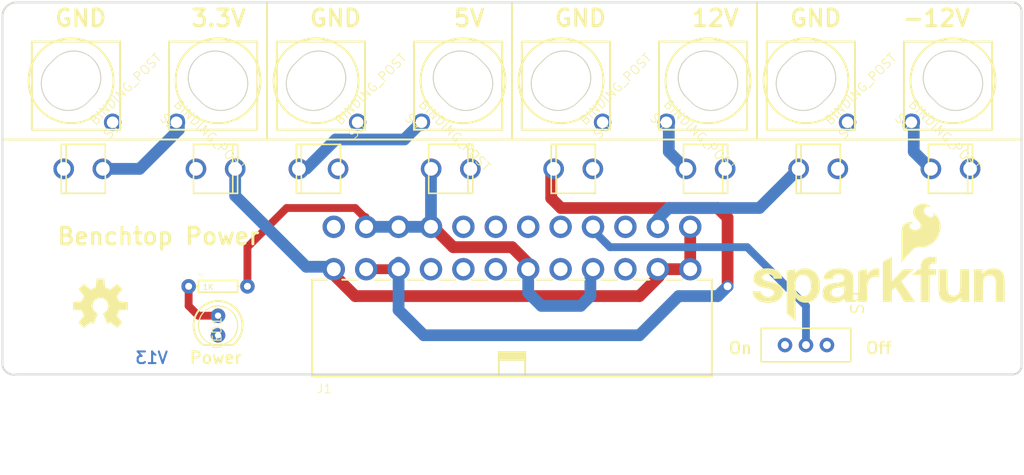
<source format=kicad_pcb>
(kicad_pcb (version 20211014) (generator pcbnew)
  (layers (0 "F.Cu" signal) (31 "B.Cu" signal) (34 "B.Paste" user) (35 "F.Paste" user) (36 "B.SilkS" user "B.Silkscreen") (37 "F.SilkS" user "F.Silkscreen") (38 "B.Mask" user) (39 "F.Mask" user) (44 "Edge.Cuts" user))
  (net 0 "")
  (net 1 "GND")
  (net 2 "5V")
  (net 3 "3.3V")
  (net 4 "12V")
  (net 5 "-12V")
  (net 6 "5V_P")
  (net 7 "3.3V_P")
  (net 8 "12V_P")
  (net 9 "-12V_P")
  (net 10 "N$1")
  (net 11 "N$2")
  (net 12 "NC")
  (footprint "boardEagle:BINDING_POST" (layer "F.Cu") (at 123.1011 91.015799 -135)
    (fp_text reference "S3" (at 2.000001 -9 -135) (layer "F.SilkS") (effects (font (size 1.1684 1.1684) (thickness 0.1016)) (justify left bottom)))
    (fp_text value "BINDING_POST" (at 2 -6.46 -135) (layer "F.SilkS") (effects (font (size 1.1684 1.1684) (thickness 0.1016)) (justify left bottom)))
    (fp_line (start -0.5 3.5) (end 0.5 3.5) (layer "Edge.Cuts") (width 0.127))
    (fp_line (start 0.5 -3.5) (end -0.5 -3.5) (layer "Edge.Cuts") (width 0.127))
    (fp_arc (start -3.999999 0.000001) (mid -2.974873 -2.474873) (end -0.5 -3.5) (layer "Edge.Cuts") (width 0.127))
    (fp_arc (start 0.499999 -3.500001) (mid 2.974874 -2.474874) (end 4 0) (layer "Edge.Cuts") (width 0.127))
    (fp_arc (start 3.999999 -0.000001) (mid 2.974873 2.474873) (end 0.5 3.5) (layer "Edge.Cuts") (width 0.127))
    (fp_arc (start -0.499999 3.500001) (mid -2.974874 2.474874) (end -4 0) (layer "Edge.Cuts") (width 0.127))
    (pad "P$1" thru_hole circle (at 0 -7.62 225) (size 2.25 2.25) (drill 1.5) (layers *.Cu *.Mask) (net 1 "GND"))
  )
  (footprint "boardEagle:BINDING_POST" (layer "F.Cu") (at 154.8511 91.015799 -135)
    (fp_text reference "S5" (at 2.000001 -9 -135) (layer "F.SilkS") (effects (font (size 1.1684 1.1684) (thickness 0.1016)) (justify left bottom)))
    (fp_text value "BINDING_POST" (at 2 -6.46 -135) (layer "F.SilkS") (effects (font (size 1.1684 1.1684) (thickness 0.1016)) (justify left bottom)))
    (fp_line (start -0.5 3.5) (end 0.5 3.5) (layer "Edge.Cuts") (width 0.127))
    (fp_line (start 0.5 -3.5) (end -0.5 -3.5) (layer "Edge.Cuts") (width 0.127))
    (fp_arc (start 0.499999 -3.500001) (mid 2.974874 -2.474874) (end 4 0) (layer "Edge.Cuts") (width 0.127))
    (fp_arc (start -0.499999 3.500001) (mid -2.974874 2.474874) (end -4 0) (layer "Edge.Cuts") (width 0.127))
    (fp_arc (start -3.999999 0.000001) (mid -2.974873 -2.474873) (end -0.5 -3.5) (layer "Edge.Cuts") (width 0.127))
    (fp_arc (start 3.999999 -0.000001) (mid 2.974873 2.474873) (end 0.5 3.5) (layer "Edge.Cuts") (width 0.127))
    (pad "P$1" thru_hole circle (at 0 -7.62 225) (size 2.25 2.25) (drill 1.5) (layers *.Cu *.Mask) (net 1 "GND"))
  )
  (footprint "boardEagle:FUSE_5MM" (layer "F.Cu") (at 196.7611 102.445799 -90)
    (fp_text reference "F4" hide)
    (fp_text value "FUSEX20MM" hide)
    (pad "1" thru_hole circle (at 0 11.1125 270) (size 2.667 2.667) (drill 1.778) (layers *.Cu *.Mask) (net 5 "-12V"))
    (pad "2" thru_hole circle (at 0 6.0325 270) (size 2.667 2.667) (drill 1.778) (layers *.Cu *.Mask))
    (pad "3" thru_hole circle (at 0 -6.0325 90) (size 2.667 2.667) (drill 1.778) (layers *.Cu *.Mask) (net 9 "-12V_P"))
    (pad "4" thru_hole circle (at 0 -11.1125 90) (size 2.667 2.667) (drill 1.778) (layers *.Cu *.Mask))
  )
  (footprint "boardEagle:FUSE_5MM" (layer "F.Cu") (at 131.9911 102.445799 -90)
    (fp_text reference "F1" hide)
    (fp_text value "FUSEX20MM" hide)
    (pad "1" thru_hole circle (at 0 11.1125 270) (size 2.667 2.667) (drill 1.778) (layers *.Cu *.Mask) (net 6 "5V_P"))
    (pad "2" thru_hole circle (at 0 6.0325 270) (size 2.667 2.667) (drill 1.778) (layers *.Cu *.Mask))
    (pad "3" thru_hole circle (at 0 -6.0325 90) (size 2.667 2.667) (drill 1.778) (layers *.Cu *.Mask) (net 2 "5V"))
    (pad "4" thru_hole circle (at 0 -11.1125 90) (size 2.667 2.667) (drill 1.778) (layers *.Cu *.Mask))
  )
  (footprint "boardEagle:STAND-OFF" (layer "F.Cu") (at 85.0011 83.395799)
    (fp_text reference "JP5" hide)
    (fp_text value "STAND-OFF" hide)
    (pad "" np_thru_hole circle (at 0 0) (size 3.302 3.302) (drill 3.302) (layers *.Cu *.Mask))
  )
  (footprint "boardEagle:BINDING_POST" (layer "F.Cu") (at 186.6011 91.015799 -135)
    (fp_text reference "S7" (at 2.000001 -9 -135) (layer "F.SilkS") (effects (font (size 1.1684 1.1684) (thickness 0.1016)) (justify left bottom)))
    (fp_text value "BINDING_POST" (at 2 -6.46 -135) (layer "F.SilkS") (effects (font (size 1.1684 1.1684) (thickness 0.1016)) (justify left bottom)))
    (fp_line (start 0.5 -3.5) (end -0.5 -3.5) (layer "Edge.Cuts") (width 0.127))
    (fp_line (start -0.5 3.5) (end 0.5 3.5) (layer "Edge.Cuts") (width 0.127))
    (fp_arc (start -0.499999 3.500001) (mid -2.974874 2.474874) (end -4 0) (layer "Edge.Cuts") (width 0.127))
    (fp_arc (start 0.499999 -3.500001) (mid 2.974874 -2.474874) (end 4 0) (layer "Edge.Cuts") (width 0.127))
    (fp_arc (start 3.999999 -0.000001) (mid 2.974873 2.474873) (end 0.5 3.5) (layer "Edge.Cuts") (width 0.127))
    (fp_arc (start -3.999999 0.000001) (mid -2.974873 -2.474873) (end -0.5 -3.5) (layer "Edge.Cuts") (width 0.127))
    (pad "P$1" thru_hole circle (at 0 -7.62 225) (size 2.25 2.25) (drill 1.5) (layers *.Cu *.Mask) (net 1 "GND"))
  )
  (footprint "boardEagle:SWITCH-SPDT_KIT" (layer "F.Cu") (at 186.6011 125.305799 -90)
    (fp_text reference "S9" (at -3.81 -7.62 -90) (layer "F.SilkS") (effects (font (size 1.6002 1.6002) (thickness 0.1778)) (justify left bottom)))
    (fp_text value "")
    (pad "1" thru_hole circle (at 0 -2.7178 270) (size 1.8796 1.8796) (drill 1.016) (layers *.Cu) (net 12 "NC"))
    (pad "2" thru_hole circle (at 0 0 270) (size 1.8796 1.8796) (drill 1.016) (layers *.Cu) (net 11 "N$2"))
    (pad "3" thru_hole circle (at 0 2.7178 270) (size 1.8796 1.8796) (drill 1.016) (layers *.Cu) (net 1 "GND"))
  )
  (footprint "boardEagle:BINDING_POST" (layer "F.Cu") (at 91.3511 91.015799 -135)
    (fp_text reference "S1" (at 2.000001 -9 -135) (layer "F.SilkS") (effects (font (size 1.1684 1.1684) (thickness 0.1016)) (justify left bottom)))
    (fp_text value "BINDING_POST" (at 2 -6.46 -135) (layer "F.SilkS") (effects (font (size 1.1684 1.1684) (thickness 0.1016)) (justify left bottom)))
    (fp_line (start -0.5 3.5) (end 0.5 3.5) (layer "Edge.Cuts") (width 0.127))
    (fp_line (start 0.5 -3.5) (end -0.5 -3.5) (layer "Edge.Cuts") (width 0.127))
    (fp_arc (start 3.999999 -0.000001) (mid 2.974873 2.474873) (end 0.5 3.5) (layer "Edge.Cuts") (width 0.127))
    (fp_arc (start -3.999999 0.000001) (mid -2.974873 -2.474873) (end -0.5 -3.5) (layer "Edge.Cuts") (width 0.127))
    (fp_arc (start 0.499999 -3.500001) (mid 2.974874 -2.474874) (end 4 0) (layer "Edge.Cuts") (width 0.127))
    (fp_arc (start -0.499999 3.500001) (mid -2.974874 2.474874) (end -4 0) (layer "Edge.Cuts") (width 0.127))
    (pad "P$1" thru_hole circle (at 0 -7.62 225) (size 2.25 2.25) (drill 1.5) (layers *.Cu *.Mask) (net 1 "GND"))
  )
  (footprint "boardEagle:SFE_LOGO_NAME_FLAME_.3" (layer "F.Cu") (at 179.1081 122.384799)
    (fp_text reference "JP1" hide)
    (fp_text value "SFE_LOGO_NAME_FLAME.3_INCH" hide)
  )
  (footprint "boardEagle:STAND-OFF" (layer "F.Cu") (at 212.0011 83.395799)
    (fp_text reference "JP3" hide)
    (fp_text value "STAND-OFF" hide)
    (pad "" np_thru_hole circle (at 0 0) (size 3.302 3.302) (drill 3.302) (layers *.Cu *.Mask))
  )
  (footprint "boardEagle:BINDING_POST" (layer "F.Cu") (at 173.9011 91.015799 135)
    (fp_text reference "S6" (at 2.000001 -9 135) (layer "F.SilkS") (effects (font (size 1.1684 1.1684) (thickness 0.1016)) (justify left bottom)))
    (fp_text value "BINDING_POST" (at 2 -6.46 135) (layer "F.SilkS") (effects (font (size 1.1684 1.1684) (thickness 0.1016)) (justify left bottom)))
    (fp_line (start 0.5 -3.5) (end -0.5 -3.5) (layer "Edge.Cuts") (width 0.127))
    (fp_line (start -0.5 3.5) (end 0.5 3.5) (layer "Edge.Cuts") (width 0.127))
    (fp_arc (start 3.999999 -0.000001) (mid 2.974873 2.474873) (end 0.5 3.5) (layer "Edge.Cuts") (width 0.127))
    (fp_arc (start 0.499999 -3.500001) (mid 2.974874 -2.474874) (end 4 0) (layer "Edge.Cuts") (width 0.127))
    (fp_arc (start -0.499999 3.500001) (mid -2.974874 2.474874) (end -4 0) (layer "Edge.Cuts") (width 0.127))
    (fp_arc (start -3.999999 0.000001) (mid -2.974873 -2.474873) (end -0.5 -3.5) (layer "Edge.Cuts") (width 0.127))
    (pad "P$1" thru_hole circle (at 0 -7.62 135) (size 2.25 2.25) (drill 1.5) (layers *.Cu *.Mask) (net 8 "12V_P"))
  )
  (footprint "boardEagle:FUSE_5MM" (layer "F.Cu") (at 165.0111 102.445799 -90)
    (fp_text reference "F3" hide)
    (fp_text value "FUSEX20MM" hide)
    (pad "1" thru_hole circle (at 0 11.1125 270) (size 2.667 2.667) (drill 1.778) (layers *.Cu *.Mask) (net 4 "12V"))
    (pad "2" thru_hole circle (at 0 6.0325 270) (size 2.667 2.667) (drill 1.778) (layers *.Cu *.Mask))
    (pad "3" thru_hole circle (at 0 -6.0325 90) (size 2.667 2.667) (drill 1.778) (layers *.Cu *.Mask) (net 8 "12V_P"))
    (pad "4" thru_hole circle (at 0 -11.1125 90) (size 2.667 2.667) (drill 1.778) (layers *.Cu *.Mask))
  )
  (footprint "boardEagle:LED5MM" (layer "F.Cu") (at 110.4011 122.765799 -90)
    (fp_text reference "LED1" (at 3.175 -0.5334 -90) (layer "F.SilkS") (effects (font (size 1.143 1.143) (thickness 0.127)) (justify left bottom)))
    (fp_text value "RED")
    (pad "A" thru_hole circle (at -1.27 0 270) (size 1.8796 1.8796) (drill 0.8128) (layers *.Cu *.Mask) (net 10 "N$1"))
    (pad "K" thru_hole circle (at 1.27 0 270) (size 1.8796 1.8796) (drill 0.8128) (layers *.Cu *.Mask) (net 1 "GND"))
  )
  (footprint "boardEagle:ATX24_RIGHT_ANGLE" (layer "F.Cu") (at 148.5011 120.225799)
    (fp_text reference "J1" (at -25.4 11.43) (layer "F.SilkS") (effects (font (size 1.1684 1.1684) (thickness 0.1016)) (justify left bottom)))
    (fp_text value "ATX24RH")
    (pad "" np_thru_hole circle (at -23.1 2.54) (size 3 3) (drill 3) (layers *.Cu *.Mask))
    (pad "" np_thru_hole circle (at 23.1 2.54) (size 3 3) (drill 3) (layers *.Cu *.Mask))
    (pad "1" thru_hole circle (at 23.1 -4.76 180) (size 2.9 2.9) (drill 1.8) (layers *.Cu *.Mask) (net 3 "3.3V"))
    (pad "2" thru_hole circle (at 18.9 -4.76 180) (size 2.9 2.9) (drill 1.8) (layers *.Cu *.Mask) (net 3 "3.3V"))
    (pad "3" thru_hole circle (at 14.7 -4.76 180) (size 2.9 2.9) (drill 1.8) (layers *.Cu *.Mask) (net 1 "GND"))
    (pad "4" thru_hole circle (at 10.5 -4.76 180) (size 2.9 2.9) (drill 1.8) (layers *.Cu *.Mask) (net 2 "5V"))
    (pad "5" thru_hole circle (at 6.3 -4.76 180) (size 2.9 2.9) (drill 1.8) (layers *.Cu *.Mask) (net 1 "GND"))
    (pad "6" thru_hole circle (at 2.1 -4.76 180) (size 2.9 2.9) (drill 1.8) (layers *.Cu *.Mask) (net 2 "5V"))
    (pad "7" thru_hole circle (at -2.1 -4.76 180) (size 2.9 2.9) (drill 1.8) (layers *.Cu *.Mask) (net 1 "GND"))
    (pad "8" thru_hole circle (at -6.3 -4.76 180) (size 2.9 2.9) (drill 1.8) (layers *.Cu *.Mask))
    (pad "9" thru_hole circle (at -10.5 -4.76 180) (size 2.9 2.9) (drill 1.8) (layers *.Cu *.Mask))
    (pad "10" thru_hole circle (at -14.7 -4.76 180) (size 2.9 2.9) (drill 1.8) (layers *.Cu *.Mask) (net 4 "12V"))
    (pad "11" thru_hole circle (at -18.9 -4.76 180) (size 2.9 2.9) (drill 1.8) (layers *.Cu *.Mask) (net 4 "12V"))
    (pad "12" thru_hole circle (at -23.1 -4.76 180) (size 2.9 2.9) (drill 1.8) (layers *.Cu *.Mask) (net 3 "3.3V"))
    (pad "13" thru_hole circle (at 23.1 -10.26 180) (size 2.9 2.9) (drill 1.8) (layers *.Cu *.Mask) (net 3 "3.3V"))
    (pad "14" thru_hole circle (at 18.9 -10.26 180) (size 2.9 2.9) (drill 1.8) (layers *.Cu *.Mask) (net 5 "-12V"))
    (pad "15" thru_hole circle (at 14.7 -10.26 180) (size 2.9 2.9) (drill 1.8) (layers *.Cu *.Mask) (net 1 "GND"))
    (pad "16" thru_hole circle (at 10.5 -10.26 180) (size 2.9 2.9) (drill 1.8) (layers *.Cu *.Mask) (net 11 "N$2"))
    (pad "17" thru_hole circle (at 6.3 -10.26 180) (size 2.9 2.9) (drill 1.8) (layers *.Cu *.Mask) (net 1 "GND"))
    (pad "18" thru_hole circle (at 2.1 -10.26 180) (size 2.9 2.9) (drill 1.8) (layers *.Cu *.Mask) (net 1 "GND"))
    (pad "19" thru_hole circle (at -2.1 -10.26 180) (size 2.9 2.9) (drill 1.8) (layers *.Cu *.Mask) (net 1 "GND"))
    (pad "20" thru_hole circle (at -6.3 -10.26 180) (size 2.9 2.9) (drill 1.8) (layers *.Cu *.Mask))
    (pad "21" thru_hole circle (at -10.5 -10.26 180) (size 2.9 2.9) (drill 1.8) (layers *.Cu *.Mask) (net 2 "5V"))
    (pad "22" thru_hole circle (at -14.7 -10.26 180) (size 2.9 2.9) (drill 1.8) (layers *.Cu *.Mask) (net 2 "5V"))
    (pad "23" thru_hole circle (at -18.9 -10.26 180) (size 2.9 2.9) (drill 1.8) (layers *.Cu *.Mask) (net 2 "5V"))
    (pad "24" thru_hole circle (at -23.1 -10.26 180) (size 2.9 2.9) (drill 1.8) (layers *.Cu *.Mask) (net 1 "GND"))
  )
  (footprint "boardEagle:AXIAL-0.3" (layer "F.Cu") (at 110.4011 117.685799)
    (fp_text reference "R1" (at -2.54 -1.27) (layer "F.SilkS") (effects (font (size 0.373888 0.373888) (thickness 0.032512)) (justify left bottom)))
    (fp_text value "1K" (at -2.032 0.508) (layer "F.SilkS") (effects (font (size 0.69088 0.69088) (thickness 0.12192)) (justify left bottom)))
    (pad "P$1" thru_hole circle (at -3.81 0) (size 1.8796 1.8796) (drill 0.9) (layers *.Cu *.Mask) (net 10 "N$1"))
    (pad "P$2" thru_hole circle (at 3.81 0) (size 1.8796 1.8796) (drill 0.9) (layers *.Cu *.Mask) (net 2 "5V"))
  )
  (footprint "boardEagle:REVISION" (layer "F.Cu") (at 118.0211 141.815799)
    (fp_text reference "U$1" hide)
    (fp_text value "REVISION" hide)
  )
  (footprint "boardEagle:FUSE_5MM" (layer "F.Cu") (at 101.5111 102.445799 90)
    (fp_text reference "F2" hide)
    (fp_text value "FUSEX20MM" hide)
    (pad "1" thru_hole circle (at 0 11.1125 90) (size 2.667 2.667) (drill 1.778) (layers *.Cu *.Mask) (net 3 "3.3V"))
    (pad "2" thru_hole circle (at 0 6.0325 90) (size 2.667 2.667) (drill 1.778) (layers *.Cu *.Mask))
    (pad "3" thru_hole circle (at 0 -6.0325 270) (size 2.667 2.667) (drill 1.778) (layers *.Cu *.Mask) (net 7 "3.3V_P"))
    (pad "4" thru_hole circle (at 0 -11.1125 270) (size 2.667 2.667) (drill 1.778) (layers *.Cu *.Mask))
  )
  (footprint "boardEagle:CREATIVE_COMMONS" (layer "F.Cu") (at 107.118978 138.005799)
    (fp_text reference "FRAME1" hide)
    (fp_text value "FRAME-LETTER" hide)
  )
  (footprint "boardEagle:OSHW-LOGO-L" (layer "F.Cu") (at 95.1611 120.225799)
    (fp_text reference "LOGO1" hide)
    (fp_text value "OSHW-LOGOL" hide)
  )
  (footprint "boardEagle:BINDING_POST" (layer "F.Cu") (at 142.1511 91.015799 135)
    (fp_text reference "S4" (at 2.000001 -9 135) (layer "F.SilkS") (effects (font (size 1.1684 1.1684) (thickness 0.1016)) (justify left bottom)))
    (fp_text value "BINDING_POST" (at 2 -6.46 135) (layer "F.SilkS") (effects (font (size 1.1684 1.1684) (thickness 0.1016)) (justify left bottom)))
    (fp_line (start 0.5 -3.5) (end -0.5 -3.5) (layer "Edge.Cuts") (width 0.127))
    (fp_line (start -0.5 3.5) (end 0.5 3.5) (layer "Edge.Cuts") (width 0.127))
    (fp_arc (start -3.999999 0.000001) (mid -2.974873 -2.474873) (end -0.5 -3.5) (layer "Edge.Cuts") (width 0.127))
    (fp_arc (start -0.499999 3.500001) (mid -2.974874 2.474874) (end -4 0) (layer "Edge.Cuts") (width 0.127))
    (fp_arc (start 0.499999 -3.500001) (mid 2.974874 -2.474874) (end 4 0) (layer "Edge.Cuts") (width 0.127))
    (fp_arc (start 3.999999 -0.000001) (mid 2.974873 2.474873) (end 0.5 3.5) (layer "Edge.Cuts") (width 0.127))
    (pad "P$1" thru_hole circle (at 0 -7.62 135) (size 2.25 2.25) (drill 1.5) (layers *.Cu *.Mask) (net 6 "5V_P"))
  )
  (footprint "boardEagle:STAND-OFF" (layer "F.Cu") (at 85.0011 126.575799)
    (fp_text reference "JP4" hide)
    (fp_text value "STAND-OFF" hide)
    (pad "" np_thru_hole circle (at 0 0) (size 3.302 3.302) (drill 3.302) (layers *.Cu *.Mask))
  )
  (footprint "boardEagle:BINDING_POST" (layer "F.Cu") (at 110.4011 91.015799 135)
    (fp_text reference "S2" (at 2.000001 -9 135) (layer "F.SilkS") (effects (font (size 1.1684 1.1684) (thickness 0.1016)) (justify left bottom)))
    (fp_text value "BINDING_POST" (at 2 -6.46 135) (layer "F.SilkS") (effects (font (size 1.1684 1.1684) (thickness 0.1016)) (justify left bottom)))
    (fp_line (start -0.5 3.5) (end 0.5 3.5) (layer "Edge.Cuts") (width 0.127))
    (fp_line (start 0.5 -3.5) (end -0.5 -3.5) (layer "Edge.Cuts") (width 0.127))
    (fp_arc (start -0.499999 3.500001) (mid -2.974874 2.474874) (end -4 0) (layer "Edge.Cuts") (width 0.127))
    (fp_arc (start 0.499999 -3.500001) (mid 2.974874 -2.474874) (end 4 0) (layer "Edge.Cuts") (width 0.127))
    (fp_arc (start -3.999999 0.000001) (mid -2.974873 -2.474873) (end -0.5 -3.5) (layer "Edge.Cuts") (width 0.127))
    (fp_arc (start 3.999999 -0.000001) (mid 2.974873 2.474873) (end 0.5 3.5) (layer "Edge.Cuts") (width 0.127))
    (pad "P$1" thru_hole circle (at 0 -7.62 135) (size 2.25 2.25) (drill 1.5) (layers *.Cu *.Mask) (net 7 "3.3V_P"))
  )
  (footprint "boardEagle:STAND-OFF" (layer "F.Cu") (at 212.0011 126.575799)
    (fp_text reference "JP2" hide)
    (fp_text value "STAND-OFF" hide)
    (pad "" np_thru_hole circle (at 0 0) (size 3.302 3.302) (drill 3.302) (layers *.Cu *.Mask))
  )
  (footprint "boardEagle:BINDING_POST" (layer "F.Cu") (at 205.6511 91.015799 135)
    (fp_text reference "S8" (at 2.000001 -9 135) (layer "F.SilkS") (effects (font (size 1.1684 1.1684) (thickness 0.1016)) (justify left bottom)))
    (fp_text value "BINDING_POST" (at 2 -6.46 135) (layer "F.SilkS") (effects (font (size 1.1684 1.1684) (thickness 0.1016)) (justify left bottom)))
    (fp_line (start 0.5 -3.5) (end -0.5 -3.5) (layer "Edge.Cuts") (width 0.127))
    (fp_line (start -0.5 3.5) (end 0.5 3.5) (layer "Edge.Cuts") (width 0.127))
    (fp_arc (start 0.499999 -3.500001) (mid 2.974874 -2.474874) (end 4 0) (layer "Edge.Cuts") (width 0.127))
    (fp_arc (start -0.499999 3.500001) (mid -2.974874 2.474874) (end -4 0) (layer "Edge.Cuts") (width 0.127))
    (fp_arc (start 3.999999 -0.000001) (mid 2.974873 2.474873) (end 0.5 3.5) (layer "Edge.Cuts") (width 0.127))
    (fp_arc (start -3.999999 0.000001) (mid -2.974873 -2.474873) (end -0.5 -3.5) (layer "Edge.Cuts") (width 0.127))
    (pad "P$1" thru_hole circle (at 0 -7.62 135) (size 2.25 2.25) (drill 1.5) (layers *.Cu *.Mask) (net 9 "-12V_P"))
  )
  (gr_line (start 149.7711 85.935799) (end 161.2011 85.935799) (layer "F.SilkS") (width 0.254))
  (gr_line (start 97.7011 85.935799) (end 97.7011 97.365799) (layer "F.SilkS") (width 0.254))
  (gr_line (start 129.4511 85.935799) (end 129.4511 97.365799) (layer "F.SilkS") (width 0.254))
  (gr_line (start 180.2511 98.635799) (end 214.5411 98.635799) (layer "F.SilkS") (width 0.254))
  (gr_line (start 199.3011 97.365799) (end 199.3011 85.935799) (layer "F.SilkS") (width 0.254))
  (gr_line (start 135.8011 97.365799) (end 135.8011 85.935799) (layer "F.SilkS") (width 0.254))
  (gr_line (start 167.5511 97.365799) (end 167.5511 85.935799) (layer "F.SilkS") (width 0.254))
  (gr_line (start 86.2711 85.935799) (end 97.7011 85.935799) (layer "F.SilkS") (width 0.254))
  (gr_line (start 167.5511 85.935799) (end 178.9811 85.935799) (layer "F.SilkS") (width 0.254))
  (gr_line (start 116.7511 98.635799) (end 148.5011 98.635799) (layer "F.SilkS") (width 0.254))
  (gr_line (start 115.4811 97.365799) (end 104.0511 97.365799) (layer "F.SilkS") (width 0.254))
  (gr_line (start 161.2011 85.935799) (end 161.2011 97.365799) (layer "F.SilkS") (width 0.254))
  (gr_line (start 86.2711 97.365799) (end 86.2711 85.935799) (layer "F.SilkS") (width 0.254))
  (gr_line (start 199.3011 85.935799) (end 210.7311 85.935799) (layer "F.SilkS") (width 0.254))
  (gr_line (start 149.7711 97.365799) (end 149.7711 85.935799) (layer "F.SilkS") (width 0.254))
  (gr_line (start 148.5011 98.635799) (end 180.2511 98.635799) (layer "F.SilkS") (width 0.254))
  (gr_line (start 178.9811 85.935799) (end 178.9811 97.365799) (layer "F.SilkS") (width 0.254))
  (gr_line (start 129.4511 97.365799) (end 118.0211 97.365799) (layer "F.SilkS") (width 0.254))
  (gr_line (start 192.9511 97.365799) (end 181.5211 97.365799) (layer "F.SilkS") (width 0.254))
  (gr_line (start 135.8011 85.935799) (end 147.2311 85.935799) (layer "F.SilkS") (width 0.254))
  (gr_line (start 116.7511 98.635799) (end 82.4611 98.635799) (layer "F.SilkS") (width 0.254))
  (gr_line (start 147.2311 97.365799) (end 135.8011 97.365799) (layer "F.SilkS") (width 0.254))
  (gr_line (start 118.0211 97.365799) (end 118.0211 85.935799) (layer "F.SilkS") (width 0.254))
  (gr_line (start 181.5211 97.365799) (end 181.5211 85.935799) (layer "F.SilkS") (width 0.254))
  (gr_line (start 147.2311 85.935799) (end 147.2311 97.365799) (layer "F.SilkS") (width 0.254))
  (gr_line (start 97.7011 97.365799) (end 86.2711 97.365799) (layer "F.SilkS") (width 0.254))
  (gr_line (start 118.0211 85.935799) (end 129.4511 85.935799) (layer "F.SilkS") (width 0.254))
  (gr_line (start 104.0511 85.935799) (end 115.4811 85.935799) (layer "F.SilkS") (width 0.254))
  (gr_line (start 210.7311 85.935799) (end 210.7311 97.365799) (layer "F.SilkS") (width 0.254))
  (gr_line (start 116.7511 80.855799) (end 116.7511 98.635799) (layer "F.SilkS") (width 0.254))
  (gr_line (start 115.4811 85.935799) (end 115.4811 97.365799) (layer "F.SilkS") (width 0.254))
  (gr_line (start 161.2011 97.365799) (end 149.7711 97.365799) (layer "F.SilkS") (width 0.254))
  (gr_line (start 180.2511 98.635799) (end 180.2511 80.855799) (layer "F.SilkS") (width 0.254))
  (gr_line (start 210.7311 97.365799) (end 199.3011 97.365799) (layer "F.SilkS") (width 0.254))
  (gr_line (start 148.5011 98.635799) (end 148.5011 80.855799) (layer "F.SilkS") (width 0.254))
  (gr_line (start 104.0511 97.365799) (end 104.0511 85.935799) (layer "F.SilkS") (width 0.254))
  (gr_line (start 178.9811 97.365799) (end 167.5511 97.365799) (layer "F.SilkS") (width 0.254))
  (gr_line (start 192.9511 85.935799) (end 192.9511 97.365799) (layer "F.SilkS") (width 0.254))
  (gr_line (start 181.5211 85.935799) (end 192.9511 85.935799) (layer "F.SilkS") (width 0.254))
  (gr_line (start 214.5411 82.000562) (end 214.5411 127.971037) (layer "Edge.Cuts") (width 0.254))
  (gr_arc (start 214.5411 127.971037) (mid 214.205807 128.780507) (end 213.396337 129.1158) (layer "Edge.Cuts") (width 0.254))
  (gr_arc (start 82.4611 82.651849) (mid 82.987151 81.38185) (end 84.25715 80.855799) (layer "Edge.Cuts") (width 0.254))
  (gr_arc (start 213.396337 80.855799) (mid 214.205807 81.191093) (end 214.5411 82.000564) (layer "Edge.Cuts") (width 0.254))
  (gr_line (start 84.25715 80.855799) (end 213.396337 80.855799) (layer "Edge.Cuts") (width 0.254))
  (gr_line (start 213.396337 129.115799) (end 84.256881 129.115799) (layer "Edge.Cuts") (width 0.254))
  (gr_line (start 82.4611 127.971037) (end 82.4611 82.651849) (layer "Edge.Cuts") (width 0.254))
  (gr_arc (start 84.256881 129.115799) (mid 83.121903 128.915337) (end 82.4611 127.971038) (layer "Edge.Cuts") (width 0.254))
  (gr_text "V13" (at 104.0511 127.845799) (layer "B.Cu") (effects (font (size 1.5113 1.5113) (thickness 0.2667)) (justify left bottom mirror)))
  (gr_text "12V" (at 171.6151 84.157799) (layer "F.SilkS") (effects (font (size 2.159 2.159) (thickness 0.381)) (justify left bottom)))
  (gr_text "3.3V" (at 106.7181 84.157799) (layer "F.SilkS") (effects (font (size 2.159 2.159) (thickness 0.381)) (justify left bottom)))
  (gr_text "GND" (at 122.0851 84.157799) (layer "F.SilkS") (effects (font (size 2.159 2.159) (thickness 0.381)) (justify left bottom)))
  (gr_text "-12V" (at 198.9201 84.157799) (layer "F.SilkS") (effects (font (size 2.159 2.159) (thickness 0.381)) (justify left bottom)))
  (gr_text "GND" (at 153.8351 84.157799) (layer "F.SilkS") (effects (font (size 2.159 2.159) (thickness 0.381)) (justify left bottom)))
  (gr_text "Power" (at 106.5911 127.845799) (layer "F.SilkS") (effects (font (size 1.5113 1.5113) (thickness 0.2667)) (justify left bottom)))
  (gr_text "GND" (at 89.0651 84.157799) (layer "F.SilkS") (effects (font (size 2.159 2.159) (thickness 0.381)) (justify left bottom)))
  (gr_text "5V" (at 140.7541 84.157799) (layer "F.SilkS") (effects (font (size 2.159 2.159) (thickness 0.381)) (justify left bottom)))
  (gr_text "GND" (at 184.3151 84.157799) (layer "F.SilkS") (effects (font (size 2.159 2.159) (thickness 0.381)) (justify left bottom)))
  (gr_text "Benchtop Power" (at 115.9891 109.938799) (layer "F.SilkS") (effects (font (size 2.159 2.159) (thickness 0.381)) (justify right top)))
  (gr_text "Off" (at 194.2211 126.575799) (layer "F.SilkS") (effects (font (size 1.5113 1.5113) (thickness 0.2667)) (justify left bottom)))
  (gr_text "On" (at 176.4411 126.575799) (layer "F.SilkS") (effects (font (size 1.5113 1.5113) (thickness 0.2667)) (justify left bottom)))
  (segment (start 129.4511 109.815799) (end 129.6011 109.965799) (width 1.016) (layer "F.Cu") (net 2))
  (segment (start 129.4511 108.795799) (end 129.4511 109.815799) (width 1.27) (layer "F.Cu") (net 2))
  (segment (start 114.2111 117.685799) (end 114.2111 112.605799) (width 1.016) (layer "F.Cu") (net 2))
  (segment (start 140.8811 112.605799) (end 148.5011 112.605799) (width 1.524) (layer "F.Cu") (net 2))
  (segment (start 128.1811 107.525799) (end 129.4511 108.795799) (width 1.016) (layer "F.Cu") (net 2))
  (segment (start 150.9811 115.085799) (end 150.6011 115.465799) (width 1.016) (layer "F.Cu") (net 2))
  (segment (start 138.0011 109.965799) (end 138.2411 109.965799) (width 1.27) (layer "F.Cu") (net 2))
  (segment (start 119.2911 107.525799) (end 128.1811 107.525799) (width 1.016) (layer "F.Cu") (net 2))
  (segment (start 138.2411 109.965799) (end 140.8811 112.605799) (width 1.524) (layer "F.Cu") (net 2))
  (segment (start 148.5011 112.605799) (end 150.9811 115.085799) (width 1.524) (layer "F.Cu") (net 2))
  (segment (start 114.2111 112.605799) (end 119.2911 107.525799) (width 1.016) (layer "F.Cu") (net 2))
  (segment (start 133.8011 109.965799) (end 138.0011 109.965799) (width 1.524) (layer "B.Cu") (net 2))
  (segment (start 150.6011 115.465799) (end 150.6011 118.515799) (width 1.524) (layer "B.Cu") (net 2))
  (segment (start 157.3911 120.225799) (end 158.6611 118.955799) (width 1.524) (layer "B.Cu") (net 2))
  (segment (start 158.6611 118.955799) (end 158.6611 115.805799) (width 1.524) (layer "B.Cu") (net 2))
  (segment (start 129.6011 109.965799) (end 133.8011 109.965799) (width 1.524) (layer "B.Cu") (net 2))
  (segment (start 158.6611 115.805799) (end 159.0011 115.465799) (width 1.524) (layer "B.Cu") (net 2))
  (segment (start 152.3111 120.225799) (end 157.3911 120.225799) (width 1.524) (layer "B.Cu") (net 2))
  (segment (start 138.0011 102.468299) (end 138.0236 102.445799) (width 1.27) (layer "B.Cu") (net 2))
  (segment (start 138.0011 109.965799) (end 138.0011 102.468299) (width 1.524) (layer "B.Cu") (net 2))
  (segment (start 150.6011 118.515799) (end 152.3111 120.225799) (width 1.524) (layer "B.Cu") (net 2))
  (segment (start 167.5511 116.415799) (end 167.5511 115.615799) (width 1.27) (layer "F.Cu") (net 3))
  (segment (start 125.4011 116.175799) (end 128.1811 118.955799) (width 1.524) (layer "F.Cu") (net 3))
  (segment (start 167.5511 115.615799) (end 167.4011 115.465799) (width 1.016) (layer "F.Cu") (net 3))
  (segment (start 171.6011 109.965799) (end 171.6011 115.465799) (width 1.524) (layer "F.Cu") (net 3))
  (segment (start 171.6011 115.465799) (end 167.4011 115.465799) (width 1.524) (layer "F.Cu") (net 3))
  (segment (start 128.1811 118.955799) (end 165.0111 118.955799) (width 1.524) (layer "F.Cu") (net 3))
  (segment (start 165.0111 118.955799) (end 167.5511 116.415799) (width 1.524) (layer "F.Cu") (net 3))
  (segment (start 125.4011 115.465799) (end 125.4011 116.175799) (width 1.524) (layer "F.Cu") (net 3))
  (segment (start 112.6236 105.938299) (end 121.8311 115.145799) (width 1.524) (layer "B.Cu") (net 3))
  (segment (start 125.0811 115.145799) (end 125.4011 115.465799) (width 1.27) (layer "B.Cu") (net 3))
  (segment (start 121.8311 115.145799) (end 125.0811 115.145799) (width 1.524) (layer "B.Cu") (net 3))
  (segment (start 112.6236 102.445799) (end 112.6236 105.938299) (width 1.524) (layer "B.Cu") (net 3))
  (segment (start 129.6011 115.465799) (end 133.8011 115.465799) (width 1.27) (layer "F.Cu") (net 4))
  (segment (start 176.4411 117.685799) (end 176.4411 108.795799) (width 1.524) (layer "F.Cu") (net 4))
  (segment (start 175.1711 107.525799) (end 154.8511 107.525799) (width 1.524) (layer "F.Cu") (net 4))
  (segment (start 153.5811 102.445799) (end 153.8986 102.445799) (width 1.524) (layer "F.Cu") (net 4))
  (segment (start 154.8511 107.525799) (end 153.5811 106.255799) (width 1.524) (layer "F.Cu") (net 4))
  (segment (start 153.5811 106.255799) (end 153.5811 102.445799) (width 1.524) (layer "F.Cu") (net 4))
  (segment (start 176.4411 108.795799) (end 175.1711 107.525799) (width 1.524) (layer "F.Cu") (net 4))
  (via (at 176.4411 117.685799) (size 1.524) (drill 1.016) (layers "F.Cu" "B.Cu") (net 4))
  (segment (start 133.8011 114.605799) (end 133.8011 120.765799) (width 1.524) (layer "B.Cu") (net 4))
  (segment (start 153.5811 102.445799) (end 153.8986 102.445799) (width 1.016) (layer "B.Cu") (net 4))
  (segment (start 133.8011 120.765799) (end 137.0711 124.035799) (width 1.524) (layer "B.Cu") (net 4))
  (segment (start 133.8011 115.465799) (end 133.8011 114.605799) (width 1.016) (layer "B.Cu") (net 4))
  (segment (start 170.0911 118.955799) (end 175.1711 118.955799) (width 1.524) (layer "B.Cu") (net 4))
  (segment (start 175.1711 118.955799) (end 176.4411 117.685799) (width 1.524) (layer "B.Cu") (net 4))
  (segment (start 137.0711 124.035799) (end 165.0111 124.035799) (width 1.524) (layer "B.Cu") (net 4))
  (segment (start 165.0111 124.035799) (end 170.0911 118.955799) (width 1.524) (layer "B.Cu") (net 4))
  (segment (start 168.8211 107.525799) (end 180.5686 107.525799) (width 1.524) (layer "B.Cu") (net 5))
  (segment (start 180.5686 107.525799) (end 185.6486 102.445799) (width 1.524) (layer "B.Cu") (net 5))
  (segment (start 167.4011 108.945799) (end 168.8211 107.525799) (width 1.524) (layer "B.Cu") (net 5))
  (segment (start 167.4011 109.965799) (end 167.4011 108.945799) (width 1.524) (layer "B.Cu") (net 5))
  (segment (start 134.5311 98.635799) (end 136.762943 96.403956) (width 1.524) (layer "B.Cu") (net 6))
  (segment (start 125.6411 98.635799) (end 134.5311 98.635799) (width 1.524) (layer "B.Cu") (net 6))
  (segment (start 121.8311 102.445799) (end 125.6411 98.635799) (width 1.524) (layer "B.Cu") (net 6))
  (segment (start 120.8786 102.445799) (end 121.8311 102.445799) (width 1.016) (layer "B.Cu") (net 6))
  (segment (start 136.762943 96.403956) (end 137.0711 96.095799) (width 1.524) (layer "B.Cu") (net 6))
  (segment (start 100.2411 102.445799) (end 95.4786 102.445799) (width 1.524) (layer "B.Cu") (net 7))
  (segment (start 105.012943 96.403956) (end 105.3211 96.095799) (width 1.524) (layer "B.Cu") (net 7))
  (segment (start 105.3211 96.095799) (end 105.3211 97.365799) (width 1.524) (layer "B.Cu") (net 7))
  (segment (start 105.3211 97.365799) (end 100.2411 102.445799) (width 1.524) (layer "B.Cu") (net 7))
  (segment (start 168.8211 100.223299) (end 171.0436 102.445799) (width 1.524) (layer "B.Cu") (net 8))
  (segment (start 168.8211 96.095799) (end 168.8211 100.223299) (width 1.524) (layer "B.Cu") (net 8))
  (segment (start 168.512943 96.403956) (end 168.8211 96.095799) (width 1.524) (layer "B.Cu") (net 8))
  (segment (start 200.5711 96.095799) (end 200.5711 100.223299) (width 1.524) (layer "B.Cu") (net 9))
  (segment (start 200.5711 96.095799) (end 200.262943 96.403956) (width 1.524) (layer "B.Cu") (net 9))
  (segment (start 200.5711 100.223299) (end 202.7936 102.445799) (width 1.524) (layer "B.Cu") (net 9))
  (segment (start 107.8611 121.495799) (end 110.4011 121.495799) (width 1.016) (layer "F.Cu") (net 10))
  (segment (start 106.5911 120.225799) (end 107.8611 121.495799) (width 1.016) (layer "F.Cu") (net 10))
  (segment (start 106.5911 117.685799) (end 106.5911 120.225799) (width 1.016) (layer "F.Cu") (net 10))
  (segment (start 159.0011 110.405799) (end 161.2011 112.605799) (width 1.016) (layer "B.Cu") (net 11))
  (segment (start 186.6011 120.225799) (end 186.6011 125.305799) (width 1.016) (layer "B.Cu") (net 11))
  (segment (start 178.9811 112.605799) (end 186.6011 120.225799) (width 1.016) (layer "B.Cu") (net 11))
  (segment (start 161.2011 112.605799) (end 178.9811 112.605799) (width 1.016) (layer "B.Cu") (net 11))
  (segment (start 159.0011 109.965799) (end 159.0011 110.405799) (width 1.016) (layer "B.Cu") (net 11))
)
</source>
